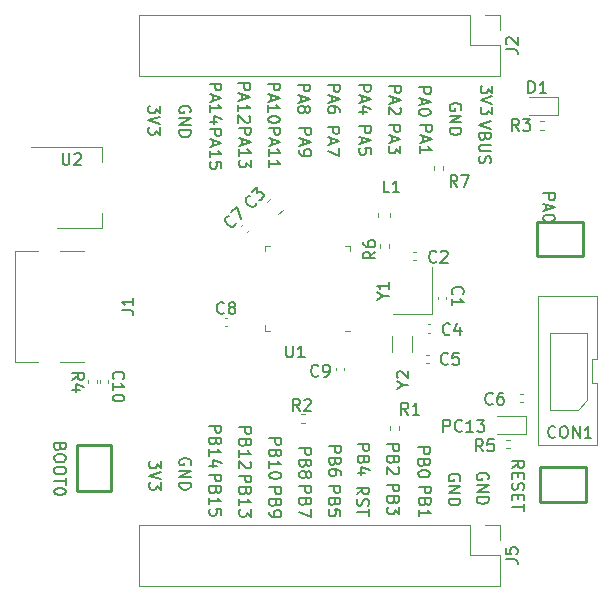
<source format=gbr>
G04 #@! TF.GenerationSoftware,KiCad,Pcbnew,(5.1.10-1-10_14)*
G04 #@! TF.CreationDate,2021-09-03T00:17:14+08:00*
G04 #@! TF.ProjectId,stm32f401_devboard,73746d33-3266-4343-9031-5f646576626f,rev?*
G04 #@! TF.SameCoordinates,Original*
G04 #@! TF.FileFunction,Legend,Top*
G04 #@! TF.FilePolarity,Positive*
%FSLAX46Y46*%
G04 Gerber Fmt 4.6, Leading zero omitted, Abs format (unit mm)*
G04 Created by KiCad (PCBNEW (5.1.10-1-10_14)) date 2021-09-03 00:17:14*
%MOMM*%
%LPD*%
G01*
G04 APERTURE LIST*
%ADD10C,0.150000*%
%ADD11C,0.120000*%
%ADD12C,0.254000*%
G04 APERTURE END LIST*
D10*
X126817619Y-107341904D02*
X127817619Y-107341904D01*
X127817619Y-107722857D01*
X127770000Y-107818095D01*
X127722380Y-107865714D01*
X127627142Y-107913333D01*
X127484285Y-107913333D01*
X127389047Y-107865714D01*
X127341428Y-107818095D01*
X127293809Y-107722857D01*
X127293809Y-107341904D01*
X127341428Y-108675238D02*
X127293809Y-108818095D01*
X127246190Y-108865714D01*
X127150952Y-108913333D01*
X127008095Y-108913333D01*
X126912857Y-108865714D01*
X126865238Y-108818095D01*
X126817619Y-108722857D01*
X126817619Y-108341904D01*
X127817619Y-108341904D01*
X127817619Y-108675238D01*
X127770000Y-108770476D01*
X127722380Y-108818095D01*
X127627142Y-108865714D01*
X127531904Y-108865714D01*
X127436666Y-108818095D01*
X127389047Y-108770476D01*
X127341428Y-108675238D01*
X127341428Y-108341904D01*
X127817619Y-109770476D02*
X127817619Y-109580000D01*
X127770000Y-109484761D01*
X127722380Y-109437142D01*
X127579523Y-109341904D01*
X127389047Y-109294285D01*
X127008095Y-109294285D01*
X126912857Y-109341904D01*
X126865238Y-109389523D01*
X126817619Y-109484761D01*
X126817619Y-109675238D01*
X126865238Y-109770476D01*
X126912857Y-109818095D01*
X127008095Y-109865714D01*
X127246190Y-109865714D01*
X127341428Y-109818095D01*
X127389047Y-109770476D01*
X127436666Y-109675238D01*
X127436666Y-109484761D01*
X127389047Y-109389523D01*
X127341428Y-109341904D01*
X127246190Y-109294285D01*
X119227619Y-105755714D02*
X120227619Y-105755714D01*
X120227619Y-106136666D01*
X120180000Y-106231904D01*
X120132380Y-106279523D01*
X120037142Y-106327142D01*
X119894285Y-106327142D01*
X119799047Y-106279523D01*
X119751428Y-106231904D01*
X119703809Y-106136666D01*
X119703809Y-105755714D01*
X119751428Y-107089047D02*
X119703809Y-107231904D01*
X119656190Y-107279523D01*
X119560952Y-107327142D01*
X119418095Y-107327142D01*
X119322857Y-107279523D01*
X119275238Y-107231904D01*
X119227619Y-107136666D01*
X119227619Y-106755714D01*
X120227619Y-106755714D01*
X120227619Y-107089047D01*
X120180000Y-107184285D01*
X120132380Y-107231904D01*
X120037142Y-107279523D01*
X119941904Y-107279523D01*
X119846666Y-107231904D01*
X119799047Y-107184285D01*
X119751428Y-107089047D01*
X119751428Y-106755714D01*
X119227619Y-108279523D02*
X119227619Y-107708095D01*
X119227619Y-107993809D02*
X120227619Y-107993809D01*
X120084761Y-107898571D01*
X119989523Y-107803333D01*
X119941904Y-107708095D01*
X120132380Y-108660476D02*
X120180000Y-108708095D01*
X120227619Y-108803333D01*
X120227619Y-109041428D01*
X120180000Y-109136666D01*
X120132380Y-109184285D01*
X120037142Y-109231904D01*
X119941904Y-109231904D01*
X119799047Y-109184285D01*
X119227619Y-108612857D01*
X119227619Y-109231904D01*
X129177619Y-111432380D02*
X129653809Y-111099047D01*
X129177619Y-110860952D02*
X130177619Y-110860952D01*
X130177619Y-111241904D01*
X130130000Y-111337142D01*
X130082380Y-111384761D01*
X129987142Y-111432380D01*
X129844285Y-111432380D01*
X129749047Y-111384761D01*
X129701428Y-111337142D01*
X129653809Y-111241904D01*
X129653809Y-110860952D01*
X129225238Y-111813333D02*
X129177619Y-111956190D01*
X129177619Y-112194285D01*
X129225238Y-112289523D01*
X129272857Y-112337142D01*
X129368095Y-112384761D01*
X129463333Y-112384761D01*
X129558571Y-112337142D01*
X129606190Y-112289523D01*
X129653809Y-112194285D01*
X129701428Y-112003809D01*
X129749047Y-111908571D01*
X129796666Y-111860952D01*
X129891904Y-111813333D01*
X129987142Y-111813333D01*
X130082380Y-111860952D01*
X130130000Y-111908571D01*
X130177619Y-112003809D01*
X130177619Y-112241904D01*
X130130000Y-112384761D01*
X130177619Y-112670476D02*
X130177619Y-113241904D01*
X129177619Y-112956190D02*
X130177619Y-112956190D01*
X131767619Y-107201904D02*
X132767619Y-107201904D01*
X132767619Y-107582857D01*
X132720000Y-107678095D01*
X132672380Y-107725714D01*
X132577142Y-107773333D01*
X132434285Y-107773333D01*
X132339047Y-107725714D01*
X132291428Y-107678095D01*
X132243809Y-107582857D01*
X132243809Y-107201904D01*
X132291428Y-108535238D02*
X132243809Y-108678095D01*
X132196190Y-108725714D01*
X132100952Y-108773333D01*
X131958095Y-108773333D01*
X131862857Y-108725714D01*
X131815238Y-108678095D01*
X131767619Y-108582857D01*
X131767619Y-108201904D01*
X132767619Y-108201904D01*
X132767619Y-108535238D01*
X132720000Y-108630476D01*
X132672380Y-108678095D01*
X132577142Y-108725714D01*
X132481904Y-108725714D01*
X132386666Y-108678095D01*
X132339047Y-108630476D01*
X132291428Y-108535238D01*
X132291428Y-108201904D01*
X132672380Y-109154285D02*
X132720000Y-109201904D01*
X132767619Y-109297142D01*
X132767619Y-109535238D01*
X132720000Y-109630476D01*
X132672380Y-109678095D01*
X132577142Y-109725714D01*
X132481904Y-109725714D01*
X132339047Y-109678095D01*
X131767619Y-109106666D01*
X131767619Y-109725714D01*
X140517619Y-79826666D02*
X139517619Y-80160000D01*
X140517619Y-80493333D01*
X140041428Y-81160000D02*
X139993809Y-81302857D01*
X139946190Y-81350476D01*
X139850952Y-81398095D01*
X139708095Y-81398095D01*
X139612857Y-81350476D01*
X139565238Y-81302857D01*
X139517619Y-81207619D01*
X139517619Y-80826666D01*
X140517619Y-80826666D01*
X140517619Y-81160000D01*
X140470000Y-81255238D01*
X140422380Y-81302857D01*
X140327142Y-81350476D01*
X140231904Y-81350476D01*
X140136666Y-81302857D01*
X140089047Y-81255238D01*
X140041428Y-81160000D01*
X140041428Y-80826666D01*
X140517619Y-81826666D02*
X139708095Y-81826666D01*
X139612857Y-81874285D01*
X139565238Y-81921904D01*
X139517619Y-82017142D01*
X139517619Y-82207619D01*
X139565238Y-82302857D01*
X139612857Y-82350476D01*
X139708095Y-82398095D01*
X140517619Y-82398095D01*
X139565238Y-82826666D02*
X139517619Y-82969523D01*
X139517619Y-83207619D01*
X139565238Y-83302857D01*
X139612857Y-83350476D01*
X139708095Y-83398095D01*
X139803333Y-83398095D01*
X139898571Y-83350476D01*
X139946190Y-83302857D01*
X139993809Y-83207619D01*
X140041428Y-83017142D01*
X140089047Y-82921904D01*
X140136666Y-82874285D01*
X140231904Y-82826666D01*
X140327142Y-82826666D01*
X140422380Y-82874285D01*
X140470000Y-82921904D01*
X140517619Y-83017142D01*
X140517619Y-83255238D01*
X140470000Y-83398095D01*
X131917619Y-76883333D02*
X132917619Y-76883333D01*
X132917619Y-77264285D01*
X132870000Y-77359523D01*
X132822380Y-77407142D01*
X132727142Y-77454761D01*
X132584285Y-77454761D01*
X132489047Y-77407142D01*
X132441428Y-77359523D01*
X132393809Y-77264285D01*
X132393809Y-76883333D01*
X132203333Y-77835714D02*
X132203333Y-78311904D01*
X131917619Y-77740476D02*
X132917619Y-78073809D01*
X131917619Y-78407142D01*
X132822380Y-78692857D02*
X132870000Y-78740476D01*
X132917619Y-78835714D01*
X132917619Y-79073809D01*
X132870000Y-79169047D01*
X132822380Y-79216666D01*
X132727142Y-79264285D01*
X132631904Y-79264285D01*
X132489047Y-79216666D01*
X131917619Y-78645238D01*
X131917619Y-79264285D01*
X134427619Y-76983333D02*
X135427619Y-76983333D01*
X135427619Y-77364285D01*
X135380000Y-77459523D01*
X135332380Y-77507142D01*
X135237142Y-77554761D01*
X135094285Y-77554761D01*
X134999047Y-77507142D01*
X134951428Y-77459523D01*
X134903809Y-77364285D01*
X134903809Y-76983333D01*
X134713333Y-77935714D02*
X134713333Y-78411904D01*
X134427619Y-77840476D02*
X135427619Y-78173809D01*
X134427619Y-78507142D01*
X135427619Y-79030952D02*
X135427619Y-79126190D01*
X135380000Y-79221428D01*
X135332380Y-79269047D01*
X135237142Y-79316666D01*
X135046666Y-79364285D01*
X134808571Y-79364285D01*
X134618095Y-79316666D01*
X134522857Y-79269047D01*
X134475238Y-79221428D01*
X134427619Y-79126190D01*
X134427619Y-79030952D01*
X134475238Y-78935714D01*
X134522857Y-78888095D01*
X134618095Y-78840476D01*
X134808571Y-78792857D01*
X135046666Y-78792857D01*
X135237142Y-78840476D01*
X135332380Y-78888095D01*
X135380000Y-78935714D01*
X135427619Y-79030952D01*
X124307619Y-107511904D02*
X125307619Y-107511904D01*
X125307619Y-107892857D01*
X125260000Y-107988095D01*
X125212380Y-108035714D01*
X125117142Y-108083333D01*
X124974285Y-108083333D01*
X124879047Y-108035714D01*
X124831428Y-107988095D01*
X124783809Y-107892857D01*
X124783809Y-107511904D01*
X124831428Y-108845238D02*
X124783809Y-108988095D01*
X124736190Y-109035714D01*
X124640952Y-109083333D01*
X124498095Y-109083333D01*
X124402857Y-109035714D01*
X124355238Y-108988095D01*
X124307619Y-108892857D01*
X124307619Y-108511904D01*
X125307619Y-108511904D01*
X125307619Y-108845238D01*
X125260000Y-108940476D01*
X125212380Y-108988095D01*
X125117142Y-109035714D01*
X125021904Y-109035714D01*
X124926666Y-108988095D01*
X124879047Y-108940476D01*
X124831428Y-108845238D01*
X124831428Y-108511904D01*
X124879047Y-109654761D02*
X124926666Y-109559523D01*
X124974285Y-109511904D01*
X125069523Y-109464285D01*
X125117142Y-109464285D01*
X125212380Y-109511904D01*
X125260000Y-109559523D01*
X125307619Y-109654761D01*
X125307619Y-109845238D01*
X125260000Y-109940476D01*
X125212380Y-109988095D01*
X125117142Y-110035714D01*
X125069523Y-110035714D01*
X124974285Y-109988095D01*
X124926666Y-109940476D01*
X124879047Y-109845238D01*
X124879047Y-109654761D01*
X124831428Y-109559523D01*
X124783809Y-109511904D01*
X124688571Y-109464285D01*
X124498095Y-109464285D01*
X124402857Y-109511904D01*
X124355238Y-109559523D01*
X124307619Y-109654761D01*
X124307619Y-109845238D01*
X124355238Y-109940476D01*
X124402857Y-109988095D01*
X124498095Y-110035714D01*
X124688571Y-110035714D01*
X124783809Y-109988095D01*
X124831428Y-109940476D01*
X124879047Y-109845238D01*
X136505714Y-106132380D02*
X136505714Y-105132380D01*
X136886666Y-105132380D01*
X136981904Y-105180000D01*
X137029523Y-105227619D01*
X137077142Y-105322857D01*
X137077142Y-105465714D01*
X137029523Y-105560952D01*
X136981904Y-105608571D01*
X136886666Y-105656190D01*
X136505714Y-105656190D01*
X138077142Y-106037142D02*
X138029523Y-106084761D01*
X137886666Y-106132380D01*
X137791428Y-106132380D01*
X137648571Y-106084761D01*
X137553333Y-105989523D01*
X137505714Y-105894285D01*
X137458095Y-105703809D01*
X137458095Y-105560952D01*
X137505714Y-105370476D01*
X137553333Y-105275238D01*
X137648571Y-105180000D01*
X137791428Y-105132380D01*
X137886666Y-105132380D01*
X138029523Y-105180000D01*
X138077142Y-105227619D01*
X139029523Y-106132380D02*
X138458095Y-106132380D01*
X138743809Y-106132380D02*
X138743809Y-105132380D01*
X138648571Y-105275238D01*
X138553333Y-105370476D01*
X138458095Y-105418095D01*
X139362857Y-105132380D02*
X139981904Y-105132380D01*
X139648571Y-105513333D01*
X139791428Y-105513333D01*
X139886666Y-105560952D01*
X139934285Y-105608571D01*
X139981904Y-105703809D01*
X139981904Y-105941904D01*
X139934285Y-106037142D01*
X139886666Y-106084761D01*
X139791428Y-106132380D01*
X139505714Y-106132380D01*
X139410476Y-106084761D01*
X139362857Y-106037142D01*
X119227619Y-109845714D02*
X120227619Y-109845714D01*
X120227619Y-110226666D01*
X120180000Y-110321904D01*
X120132380Y-110369523D01*
X120037142Y-110417142D01*
X119894285Y-110417142D01*
X119799047Y-110369523D01*
X119751428Y-110321904D01*
X119703809Y-110226666D01*
X119703809Y-109845714D01*
X119751428Y-111179047D02*
X119703809Y-111321904D01*
X119656190Y-111369523D01*
X119560952Y-111417142D01*
X119418095Y-111417142D01*
X119322857Y-111369523D01*
X119275238Y-111321904D01*
X119227619Y-111226666D01*
X119227619Y-110845714D01*
X120227619Y-110845714D01*
X120227619Y-111179047D01*
X120180000Y-111274285D01*
X120132380Y-111321904D01*
X120037142Y-111369523D01*
X119941904Y-111369523D01*
X119846666Y-111321904D01*
X119799047Y-111274285D01*
X119751428Y-111179047D01*
X119751428Y-110845714D01*
X119227619Y-112369523D02*
X119227619Y-111798095D01*
X119227619Y-112083809D02*
X120227619Y-112083809D01*
X120084761Y-111988571D01*
X119989523Y-111893333D01*
X119941904Y-111798095D01*
X120227619Y-112702857D02*
X120227619Y-113321904D01*
X119846666Y-112988571D01*
X119846666Y-113131428D01*
X119799047Y-113226666D01*
X119751428Y-113274285D01*
X119656190Y-113321904D01*
X119418095Y-113321904D01*
X119322857Y-113274285D01*
X119275238Y-113226666D01*
X119227619Y-113131428D01*
X119227619Y-112845714D01*
X119275238Y-112750476D01*
X119322857Y-112702857D01*
X124307619Y-110751904D02*
X125307619Y-110751904D01*
X125307619Y-111132857D01*
X125260000Y-111228095D01*
X125212380Y-111275714D01*
X125117142Y-111323333D01*
X124974285Y-111323333D01*
X124879047Y-111275714D01*
X124831428Y-111228095D01*
X124783809Y-111132857D01*
X124783809Y-110751904D01*
X124831428Y-112085238D02*
X124783809Y-112228095D01*
X124736190Y-112275714D01*
X124640952Y-112323333D01*
X124498095Y-112323333D01*
X124402857Y-112275714D01*
X124355238Y-112228095D01*
X124307619Y-112132857D01*
X124307619Y-111751904D01*
X125307619Y-111751904D01*
X125307619Y-112085238D01*
X125260000Y-112180476D01*
X125212380Y-112228095D01*
X125117142Y-112275714D01*
X125021904Y-112275714D01*
X124926666Y-112228095D01*
X124879047Y-112180476D01*
X124831428Y-112085238D01*
X124831428Y-111751904D01*
X125307619Y-112656666D02*
X125307619Y-113323333D01*
X124307619Y-112894761D01*
X131767619Y-110601904D02*
X132767619Y-110601904D01*
X132767619Y-110982857D01*
X132720000Y-111078095D01*
X132672380Y-111125714D01*
X132577142Y-111173333D01*
X132434285Y-111173333D01*
X132339047Y-111125714D01*
X132291428Y-111078095D01*
X132243809Y-110982857D01*
X132243809Y-110601904D01*
X132291428Y-111935238D02*
X132243809Y-112078095D01*
X132196190Y-112125714D01*
X132100952Y-112173333D01*
X131958095Y-112173333D01*
X131862857Y-112125714D01*
X131815238Y-112078095D01*
X131767619Y-111982857D01*
X131767619Y-111601904D01*
X132767619Y-111601904D01*
X132767619Y-111935238D01*
X132720000Y-112030476D01*
X132672380Y-112078095D01*
X132577142Y-112125714D01*
X132481904Y-112125714D01*
X132386666Y-112078095D01*
X132339047Y-112030476D01*
X132291428Y-111935238D01*
X132291428Y-111601904D01*
X132767619Y-112506666D02*
X132767619Y-113125714D01*
X132386666Y-112792380D01*
X132386666Y-112935238D01*
X132339047Y-113030476D01*
X132291428Y-113078095D01*
X132196190Y-113125714D01*
X131958095Y-113125714D01*
X131862857Y-113078095D01*
X131815238Y-113030476D01*
X131767619Y-112935238D01*
X131767619Y-112649523D01*
X131815238Y-112554285D01*
X131862857Y-112506666D01*
X116707619Y-80517142D02*
X117707619Y-80517142D01*
X117707619Y-80898095D01*
X117660000Y-80993333D01*
X117612380Y-81040952D01*
X117517142Y-81088571D01*
X117374285Y-81088571D01*
X117279047Y-81040952D01*
X117231428Y-80993333D01*
X117183809Y-80898095D01*
X117183809Y-80517142D01*
X116993333Y-81469523D02*
X116993333Y-81945714D01*
X116707619Y-81374285D02*
X117707619Y-81707619D01*
X116707619Y-82040952D01*
X116707619Y-82898095D02*
X116707619Y-82326666D01*
X116707619Y-82612380D02*
X117707619Y-82612380D01*
X117564761Y-82517142D01*
X117469523Y-82421904D01*
X117421904Y-82326666D01*
X117707619Y-83802857D02*
X117707619Y-83326666D01*
X117231428Y-83279047D01*
X117279047Y-83326666D01*
X117326666Y-83421904D01*
X117326666Y-83660000D01*
X117279047Y-83755238D01*
X117231428Y-83802857D01*
X117136190Y-83850476D01*
X116898095Y-83850476D01*
X116802857Y-83802857D01*
X116755238Y-83755238D01*
X116707619Y-83660000D01*
X116707619Y-83421904D01*
X116755238Y-83326666D01*
X116802857Y-83279047D01*
X119197619Y-80397142D02*
X120197619Y-80397142D01*
X120197619Y-80778095D01*
X120150000Y-80873333D01*
X120102380Y-80920952D01*
X120007142Y-80968571D01*
X119864285Y-80968571D01*
X119769047Y-80920952D01*
X119721428Y-80873333D01*
X119673809Y-80778095D01*
X119673809Y-80397142D01*
X119483333Y-81349523D02*
X119483333Y-81825714D01*
X119197619Y-81254285D02*
X120197619Y-81587619D01*
X119197619Y-81920952D01*
X119197619Y-82778095D02*
X119197619Y-82206666D01*
X119197619Y-82492380D02*
X120197619Y-82492380D01*
X120054761Y-82397142D01*
X119959523Y-82301904D01*
X119911904Y-82206666D01*
X120197619Y-83111428D02*
X120197619Y-83730476D01*
X119816666Y-83397142D01*
X119816666Y-83540000D01*
X119769047Y-83635238D01*
X119721428Y-83682857D01*
X119626190Y-83730476D01*
X119388095Y-83730476D01*
X119292857Y-83682857D01*
X119245238Y-83635238D01*
X119197619Y-83540000D01*
X119197619Y-83254285D01*
X119245238Y-83159047D01*
X119292857Y-83111428D01*
X121697619Y-80397142D02*
X122697619Y-80397142D01*
X122697619Y-80778095D01*
X122650000Y-80873333D01*
X122602380Y-80920952D01*
X122507142Y-80968571D01*
X122364285Y-80968571D01*
X122269047Y-80920952D01*
X122221428Y-80873333D01*
X122173809Y-80778095D01*
X122173809Y-80397142D01*
X121983333Y-81349523D02*
X121983333Y-81825714D01*
X121697619Y-81254285D02*
X122697619Y-81587619D01*
X121697619Y-81920952D01*
X121697619Y-82778095D02*
X121697619Y-82206666D01*
X121697619Y-82492380D02*
X122697619Y-82492380D01*
X122554761Y-82397142D01*
X122459523Y-82301904D01*
X122411904Y-82206666D01*
X121697619Y-83730476D02*
X121697619Y-83159047D01*
X121697619Y-83444761D02*
X122697619Y-83444761D01*
X122554761Y-83349523D01*
X122459523Y-83254285D01*
X122411904Y-83159047D01*
X124307619Y-80413333D02*
X125307619Y-80413333D01*
X125307619Y-80794285D01*
X125260000Y-80889523D01*
X125212380Y-80937142D01*
X125117142Y-80984761D01*
X124974285Y-80984761D01*
X124879047Y-80937142D01*
X124831428Y-80889523D01*
X124783809Y-80794285D01*
X124783809Y-80413333D01*
X124593333Y-81365714D02*
X124593333Y-81841904D01*
X124307619Y-81270476D02*
X125307619Y-81603809D01*
X124307619Y-81937142D01*
X124307619Y-82318095D02*
X124307619Y-82508571D01*
X124355238Y-82603809D01*
X124402857Y-82651428D01*
X124545714Y-82746666D01*
X124736190Y-82794285D01*
X125117142Y-82794285D01*
X125212380Y-82746666D01*
X125260000Y-82699047D01*
X125307619Y-82603809D01*
X125307619Y-82413333D01*
X125260000Y-82318095D01*
X125212380Y-82270476D01*
X125117142Y-82222857D01*
X124879047Y-82222857D01*
X124783809Y-82270476D01*
X124736190Y-82318095D01*
X124688571Y-82413333D01*
X124688571Y-82603809D01*
X124736190Y-82699047D01*
X124783809Y-82746666D01*
X124879047Y-82794285D01*
X126707619Y-80353333D02*
X127707619Y-80353333D01*
X127707619Y-80734285D01*
X127660000Y-80829523D01*
X127612380Y-80877142D01*
X127517142Y-80924761D01*
X127374285Y-80924761D01*
X127279047Y-80877142D01*
X127231428Y-80829523D01*
X127183809Y-80734285D01*
X127183809Y-80353333D01*
X126993333Y-81305714D02*
X126993333Y-81781904D01*
X126707619Y-81210476D02*
X127707619Y-81543809D01*
X126707619Y-81877142D01*
X127707619Y-82115238D02*
X127707619Y-82781904D01*
X126707619Y-82353333D01*
X129367619Y-80283333D02*
X130367619Y-80283333D01*
X130367619Y-80664285D01*
X130320000Y-80759523D01*
X130272380Y-80807142D01*
X130177142Y-80854761D01*
X130034285Y-80854761D01*
X129939047Y-80807142D01*
X129891428Y-80759523D01*
X129843809Y-80664285D01*
X129843809Y-80283333D01*
X129653333Y-81235714D02*
X129653333Y-81711904D01*
X129367619Y-81140476D02*
X130367619Y-81473809D01*
X129367619Y-81807142D01*
X130367619Y-82616666D02*
X130367619Y-82140476D01*
X129891428Y-82092857D01*
X129939047Y-82140476D01*
X129986666Y-82235714D01*
X129986666Y-82473809D01*
X129939047Y-82569047D01*
X129891428Y-82616666D01*
X129796190Y-82664285D01*
X129558095Y-82664285D01*
X129462857Y-82616666D01*
X129415238Y-82569047D01*
X129367619Y-82473809D01*
X129367619Y-82235714D01*
X129415238Y-82140476D01*
X129462857Y-82092857D01*
X131867619Y-80173333D02*
X132867619Y-80173333D01*
X132867619Y-80554285D01*
X132820000Y-80649523D01*
X132772380Y-80697142D01*
X132677142Y-80744761D01*
X132534285Y-80744761D01*
X132439047Y-80697142D01*
X132391428Y-80649523D01*
X132343809Y-80554285D01*
X132343809Y-80173333D01*
X132153333Y-81125714D02*
X132153333Y-81601904D01*
X131867619Y-81030476D02*
X132867619Y-81363809D01*
X131867619Y-81697142D01*
X132867619Y-81935238D02*
X132867619Y-82554285D01*
X132486666Y-82220952D01*
X132486666Y-82363809D01*
X132439047Y-82459047D01*
X132391428Y-82506666D01*
X132296190Y-82554285D01*
X132058095Y-82554285D01*
X131962857Y-82506666D01*
X131915238Y-82459047D01*
X131867619Y-82363809D01*
X131867619Y-82078095D01*
X131915238Y-81982857D01*
X131962857Y-81935238D01*
X134527619Y-80163333D02*
X135527619Y-80163333D01*
X135527619Y-80544285D01*
X135480000Y-80639523D01*
X135432380Y-80687142D01*
X135337142Y-80734761D01*
X135194285Y-80734761D01*
X135099047Y-80687142D01*
X135051428Y-80639523D01*
X135003809Y-80544285D01*
X135003809Y-80163333D01*
X134813333Y-81115714D02*
X134813333Y-81591904D01*
X134527619Y-81020476D02*
X135527619Y-81353809D01*
X134527619Y-81687142D01*
X134527619Y-82544285D02*
X134527619Y-81972857D01*
X134527619Y-82258571D02*
X135527619Y-82258571D01*
X135384761Y-82163333D01*
X135289523Y-82068095D01*
X135241904Y-81972857D01*
X126747619Y-76773333D02*
X127747619Y-76773333D01*
X127747619Y-77154285D01*
X127700000Y-77249523D01*
X127652380Y-77297142D01*
X127557142Y-77344761D01*
X127414285Y-77344761D01*
X127319047Y-77297142D01*
X127271428Y-77249523D01*
X127223809Y-77154285D01*
X127223809Y-76773333D01*
X127033333Y-77725714D02*
X127033333Y-78201904D01*
X126747619Y-77630476D02*
X127747619Y-77963809D01*
X126747619Y-78297142D01*
X127747619Y-79059047D02*
X127747619Y-78868571D01*
X127700000Y-78773333D01*
X127652380Y-78725714D01*
X127509523Y-78630476D01*
X127319047Y-78582857D01*
X126938095Y-78582857D01*
X126842857Y-78630476D01*
X126795238Y-78678095D01*
X126747619Y-78773333D01*
X126747619Y-78963809D01*
X126795238Y-79059047D01*
X126842857Y-79106666D01*
X126938095Y-79154285D01*
X127176190Y-79154285D01*
X127271428Y-79106666D01*
X127319047Y-79059047D01*
X127366666Y-78963809D01*
X127366666Y-78773333D01*
X127319047Y-78678095D01*
X127271428Y-78630476D01*
X127176190Y-78582857D01*
X121657619Y-76657142D02*
X122657619Y-76657142D01*
X122657619Y-77038095D01*
X122610000Y-77133333D01*
X122562380Y-77180952D01*
X122467142Y-77228571D01*
X122324285Y-77228571D01*
X122229047Y-77180952D01*
X122181428Y-77133333D01*
X122133809Y-77038095D01*
X122133809Y-76657142D01*
X121943333Y-77609523D02*
X121943333Y-78085714D01*
X121657619Y-77514285D02*
X122657619Y-77847619D01*
X121657619Y-78180952D01*
X121657619Y-79038095D02*
X121657619Y-78466666D01*
X121657619Y-78752380D02*
X122657619Y-78752380D01*
X122514761Y-78657142D01*
X122419523Y-78561904D01*
X122371904Y-78466666D01*
X122657619Y-79657142D02*
X122657619Y-79752380D01*
X122610000Y-79847619D01*
X122562380Y-79895238D01*
X122467142Y-79942857D01*
X122276666Y-79990476D01*
X122038571Y-79990476D01*
X121848095Y-79942857D01*
X121752857Y-79895238D01*
X121705238Y-79847619D01*
X121657619Y-79752380D01*
X121657619Y-79657142D01*
X121705238Y-79561904D01*
X121752857Y-79514285D01*
X121848095Y-79466666D01*
X122038571Y-79419047D01*
X122276666Y-79419047D01*
X122467142Y-79466666D01*
X122562380Y-79514285D01*
X122610000Y-79561904D01*
X122657619Y-79657142D01*
X116707619Y-76667142D02*
X117707619Y-76667142D01*
X117707619Y-77048095D01*
X117660000Y-77143333D01*
X117612380Y-77190952D01*
X117517142Y-77238571D01*
X117374285Y-77238571D01*
X117279047Y-77190952D01*
X117231428Y-77143333D01*
X117183809Y-77048095D01*
X117183809Y-76667142D01*
X116993333Y-77619523D02*
X116993333Y-78095714D01*
X116707619Y-77524285D02*
X117707619Y-77857619D01*
X116707619Y-78190952D01*
X116707619Y-79048095D02*
X116707619Y-78476666D01*
X116707619Y-78762380D02*
X117707619Y-78762380D01*
X117564761Y-78667142D01*
X117469523Y-78571904D01*
X117421904Y-78476666D01*
X117374285Y-79905238D02*
X116707619Y-79905238D01*
X117755238Y-79667142D02*
X117040952Y-79429047D01*
X117040952Y-80048095D01*
X119147619Y-76637142D02*
X120147619Y-76637142D01*
X120147619Y-77018095D01*
X120100000Y-77113333D01*
X120052380Y-77160952D01*
X119957142Y-77208571D01*
X119814285Y-77208571D01*
X119719047Y-77160952D01*
X119671428Y-77113333D01*
X119623809Y-77018095D01*
X119623809Y-76637142D01*
X119433333Y-77589523D02*
X119433333Y-78065714D01*
X119147619Y-77494285D02*
X120147619Y-77827619D01*
X119147619Y-78160952D01*
X119147619Y-79018095D02*
X119147619Y-78446666D01*
X119147619Y-78732380D02*
X120147619Y-78732380D01*
X120004761Y-78637142D01*
X119909523Y-78541904D01*
X119861904Y-78446666D01*
X120052380Y-79399047D02*
X120100000Y-79446666D01*
X120147619Y-79541904D01*
X120147619Y-79780000D01*
X120100000Y-79875238D01*
X120052380Y-79922857D01*
X119957142Y-79970476D01*
X119861904Y-79970476D01*
X119719047Y-79922857D01*
X119147619Y-79351428D01*
X119147619Y-79970476D01*
X124197619Y-76753333D02*
X125197619Y-76753333D01*
X125197619Y-77134285D01*
X125150000Y-77229523D01*
X125102380Y-77277142D01*
X125007142Y-77324761D01*
X124864285Y-77324761D01*
X124769047Y-77277142D01*
X124721428Y-77229523D01*
X124673809Y-77134285D01*
X124673809Y-76753333D01*
X124483333Y-77705714D02*
X124483333Y-78181904D01*
X124197619Y-77610476D02*
X125197619Y-77943809D01*
X124197619Y-78277142D01*
X124769047Y-78753333D02*
X124816666Y-78658095D01*
X124864285Y-78610476D01*
X124959523Y-78562857D01*
X125007142Y-78562857D01*
X125102380Y-78610476D01*
X125150000Y-78658095D01*
X125197619Y-78753333D01*
X125197619Y-78943809D01*
X125150000Y-79039047D01*
X125102380Y-79086666D01*
X125007142Y-79134285D01*
X124959523Y-79134285D01*
X124864285Y-79086666D01*
X124816666Y-79039047D01*
X124769047Y-78943809D01*
X124769047Y-78753333D01*
X124721428Y-78658095D01*
X124673809Y-78610476D01*
X124578571Y-78562857D01*
X124388095Y-78562857D01*
X124292857Y-78610476D01*
X124245238Y-78658095D01*
X124197619Y-78753333D01*
X124197619Y-78943809D01*
X124245238Y-79039047D01*
X124292857Y-79086666D01*
X124388095Y-79134285D01*
X124578571Y-79134285D01*
X124673809Y-79086666D01*
X124721428Y-79039047D01*
X124769047Y-78943809D01*
X129337619Y-76773333D02*
X130337619Y-76773333D01*
X130337619Y-77154285D01*
X130290000Y-77249523D01*
X130242380Y-77297142D01*
X130147142Y-77344761D01*
X130004285Y-77344761D01*
X129909047Y-77297142D01*
X129861428Y-77249523D01*
X129813809Y-77154285D01*
X129813809Y-76773333D01*
X129623333Y-77725714D02*
X129623333Y-78201904D01*
X129337619Y-77630476D02*
X130337619Y-77963809D01*
X129337619Y-78297142D01*
X130004285Y-79059047D02*
X129337619Y-79059047D01*
X130385238Y-78820952D02*
X129670952Y-78582857D01*
X129670952Y-79201904D01*
X142317619Y-109187619D02*
X142793809Y-108854285D01*
X142317619Y-108616190D02*
X143317619Y-108616190D01*
X143317619Y-108997142D01*
X143270000Y-109092380D01*
X143222380Y-109140000D01*
X143127142Y-109187619D01*
X142984285Y-109187619D01*
X142889047Y-109140000D01*
X142841428Y-109092380D01*
X142793809Y-108997142D01*
X142793809Y-108616190D01*
X142841428Y-109616190D02*
X142841428Y-109949523D01*
X142317619Y-110092380D02*
X142317619Y-109616190D01*
X143317619Y-109616190D01*
X143317619Y-110092380D01*
X142365238Y-110473333D02*
X142317619Y-110616190D01*
X142317619Y-110854285D01*
X142365238Y-110949523D01*
X142412857Y-110997142D01*
X142508095Y-111044761D01*
X142603333Y-111044761D01*
X142698571Y-110997142D01*
X142746190Y-110949523D01*
X142793809Y-110854285D01*
X142841428Y-110663809D01*
X142889047Y-110568571D01*
X142936666Y-110520952D01*
X143031904Y-110473333D01*
X143127142Y-110473333D01*
X143222380Y-110520952D01*
X143270000Y-110568571D01*
X143317619Y-110663809D01*
X143317619Y-110901904D01*
X143270000Y-111044761D01*
X142841428Y-111473333D02*
X142841428Y-111806666D01*
X142317619Y-111949523D02*
X142317619Y-111473333D01*
X143317619Y-111473333D01*
X143317619Y-111949523D01*
X143317619Y-112235238D02*
X143317619Y-112806666D01*
X142317619Y-112520952D02*
X143317619Y-112520952D01*
X144937619Y-85953333D02*
X145937619Y-85953333D01*
X145937619Y-86334285D01*
X145890000Y-86429523D01*
X145842380Y-86477142D01*
X145747142Y-86524761D01*
X145604285Y-86524761D01*
X145509047Y-86477142D01*
X145461428Y-86429523D01*
X145413809Y-86334285D01*
X145413809Y-85953333D01*
X145223333Y-86905714D02*
X145223333Y-87381904D01*
X144937619Y-86810476D02*
X145937619Y-87143809D01*
X144937619Y-87477142D01*
X145937619Y-88000952D02*
X145937619Y-88096190D01*
X145890000Y-88191428D01*
X145842380Y-88239047D01*
X145747142Y-88286666D01*
X145556666Y-88334285D01*
X145318571Y-88334285D01*
X145128095Y-88286666D01*
X145032857Y-88239047D01*
X144985238Y-88191428D01*
X144937619Y-88096190D01*
X144937619Y-88000952D01*
X144985238Y-87905714D01*
X145032857Y-87858095D01*
X145128095Y-87810476D01*
X145318571Y-87762857D01*
X145556666Y-87762857D01*
X145747142Y-87810476D01*
X145842380Y-87858095D01*
X145890000Y-87905714D01*
X145937619Y-88000952D01*
X104071428Y-107416666D02*
X104023809Y-107559523D01*
X103976190Y-107607142D01*
X103880952Y-107654761D01*
X103738095Y-107654761D01*
X103642857Y-107607142D01*
X103595238Y-107559523D01*
X103547619Y-107464285D01*
X103547619Y-107083333D01*
X104547619Y-107083333D01*
X104547619Y-107416666D01*
X104500000Y-107511904D01*
X104452380Y-107559523D01*
X104357142Y-107607142D01*
X104261904Y-107607142D01*
X104166666Y-107559523D01*
X104119047Y-107511904D01*
X104071428Y-107416666D01*
X104071428Y-107083333D01*
X104547619Y-108273809D02*
X104547619Y-108464285D01*
X104500000Y-108559523D01*
X104404761Y-108654761D01*
X104214285Y-108702380D01*
X103880952Y-108702380D01*
X103690476Y-108654761D01*
X103595238Y-108559523D01*
X103547619Y-108464285D01*
X103547619Y-108273809D01*
X103595238Y-108178571D01*
X103690476Y-108083333D01*
X103880952Y-108035714D01*
X104214285Y-108035714D01*
X104404761Y-108083333D01*
X104500000Y-108178571D01*
X104547619Y-108273809D01*
X104547619Y-109321428D02*
X104547619Y-109511904D01*
X104500000Y-109607142D01*
X104404761Y-109702380D01*
X104214285Y-109750000D01*
X103880952Y-109750000D01*
X103690476Y-109702380D01*
X103595238Y-109607142D01*
X103547619Y-109511904D01*
X103547619Y-109321428D01*
X103595238Y-109226190D01*
X103690476Y-109130952D01*
X103880952Y-109083333D01*
X104214285Y-109083333D01*
X104404761Y-109130952D01*
X104500000Y-109226190D01*
X104547619Y-109321428D01*
X104547619Y-110035714D02*
X104547619Y-110607142D01*
X103547619Y-110321428D02*
X104547619Y-110321428D01*
X104547619Y-111130952D02*
X104547619Y-111226190D01*
X104500000Y-111321428D01*
X104452380Y-111369047D01*
X104357142Y-111416666D01*
X104166666Y-111464285D01*
X103928571Y-111464285D01*
X103738095Y-111416666D01*
X103642857Y-111369047D01*
X103595238Y-111321428D01*
X103547619Y-111226190D01*
X103547619Y-111130952D01*
X103595238Y-111035714D01*
X103642857Y-110988095D01*
X103738095Y-110940476D01*
X103928571Y-110892857D01*
X104166666Y-110892857D01*
X104357142Y-110940476D01*
X104452380Y-110988095D01*
X104500000Y-111035714D01*
X104547619Y-111130952D01*
X129237619Y-107181904D02*
X130237619Y-107181904D01*
X130237619Y-107562857D01*
X130190000Y-107658095D01*
X130142380Y-107705714D01*
X130047142Y-107753333D01*
X129904285Y-107753333D01*
X129809047Y-107705714D01*
X129761428Y-107658095D01*
X129713809Y-107562857D01*
X129713809Y-107181904D01*
X129761428Y-108515238D02*
X129713809Y-108658095D01*
X129666190Y-108705714D01*
X129570952Y-108753333D01*
X129428095Y-108753333D01*
X129332857Y-108705714D01*
X129285238Y-108658095D01*
X129237619Y-108562857D01*
X129237619Y-108181904D01*
X130237619Y-108181904D01*
X130237619Y-108515238D01*
X130190000Y-108610476D01*
X130142380Y-108658095D01*
X130047142Y-108705714D01*
X129951904Y-108705714D01*
X129856666Y-108658095D01*
X129809047Y-108610476D01*
X129761428Y-108515238D01*
X129761428Y-108181904D01*
X129904285Y-109610476D02*
X129237619Y-109610476D01*
X130285238Y-109372380D02*
X129570952Y-109134285D01*
X129570952Y-109753333D01*
X121767619Y-106655714D02*
X122767619Y-106655714D01*
X122767619Y-107036666D01*
X122720000Y-107131904D01*
X122672380Y-107179523D01*
X122577142Y-107227142D01*
X122434285Y-107227142D01*
X122339047Y-107179523D01*
X122291428Y-107131904D01*
X122243809Y-107036666D01*
X122243809Y-106655714D01*
X122291428Y-107989047D02*
X122243809Y-108131904D01*
X122196190Y-108179523D01*
X122100952Y-108227142D01*
X121958095Y-108227142D01*
X121862857Y-108179523D01*
X121815238Y-108131904D01*
X121767619Y-108036666D01*
X121767619Y-107655714D01*
X122767619Y-107655714D01*
X122767619Y-107989047D01*
X122720000Y-108084285D01*
X122672380Y-108131904D01*
X122577142Y-108179523D01*
X122481904Y-108179523D01*
X122386666Y-108131904D01*
X122339047Y-108084285D01*
X122291428Y-107989047D01*
X122291428Y-107655714D01*
X121767619Y-109179523D02*
X121767619Y-108608095D01*
X121767619Y-108893809D02*
X122767619Y-108893809D01*
X122624761Y-108798571D01*
X122529523Y-108703333D01*
X122481904Y-108608095D01*
X122767619Y-109798571D02*
X122767619Y-109893809D01*
X122720000Y-109989047D01*
X122672380Y-110036666D01*
X122577142Y-110084285D01*
X122386666Y-110131904D01*
X122148571Y-110131904D01*
X121958095Y-110084285D01*
X121862857Y-110036666D01*
X121815238Y-109989047D01*
X121767619Y-109893809D01*
X121767619Y-109798571D01*
X121815238Y-109703333D01*
X121862857Y-109655714D01*
X121958095Y-109608095D01*
X122148571Y-109560476D01*
X122386666Y-109560476D01*
X122577142Y-109608095D01*
X122672380Y-109655714D01*
X122720000Y-109703333D01*
X122767619Y-109798571D01*
X126777619Y-110751904D02*
X127777619Y-110751904D01*
X127777619Y-111132857D01*
X127730000Y-111228095D01*
X127682380Y-111275714D01*
X127587142Y-111323333D01*
X127444285Y-111323333D01*
X127349047Y-111275714D01*
X127301428Y-111228095D01*
X127253809Y-111132857D01*
X127253809Y-110751904D01*
X127301428Y-112085238D02*
X127253809Y-112228095D01*
X127206190Y-112275714D01*
X127110952Y-112323333D01*
X126968095Y-112323333D01*
X126872857Y-112275714D01*
X126825238Y-112228095D01*
X126777619Y-112132857D01*
X126777619Y-111751904D01*
X127777619Y-111751904D01*
X127777619Y-112085238D01*
X127730000Y-112180476D01*
X127682380Y-112228095D01*
X127587142Y-112275714D01*
X127491904Y-112275714D01*
X127396666Y-112228095D01*
X127349047Y-112180476D01*
X127301428Y-112085238D01*
X127301428Y-111751904D01*
X127777619Y-113228095D02*
X127777619Y-112751904D01*
X127301428Y-112704285D01*
X127349047Y-112751904D01*
X127396666Y-112847142D01*
X127396666Y-113085238D01*
X127349047Y-113180476D01*
X127301428Y-113228095D01*
X127206190Y-113275714D01*
X126968095Y-113275714D01*
X126872857Y-113228095D01*
X126825238Y-113180476D01*
X126777619Y-113085238D01*
X126777619Y-112847142D01*
X126825238Y-112751904D01*
X126872857Y-112704285D01*
X121767619Y-110841904D02*
X122767619Y-110841904D01*
X122767619Y-111222857D01*
X122720000Y-111318095D01*
X122672380Y-111365714D01*
X122577142Y-111413333D01*
X122434285Y-111413333D01*
X122339047Y-111365714D01*
X122291428Y-111318095D01*
X122243809Y-111222857D01*
X122243809Y-110841904D01*
X122291428Y-112175238D02*
X122243809Y-112318095D01*
X122196190Y-112365714D01*
X122100952Y-112413333D01*
X121958095Y-112413333D01*
X121862857Y-112365714D01*
X121815238Y-112318095D01*
X121767619Y-112222857D01*
X121767619Y-111841904D01*
X122767619Y-111841904D01*
X122767619Y-112175238D01*
X122720000Y-112270476D01*
X122672380Y-112318095D01*
X122577142Y-112365714D01*
X122481904Y-112365714D01*
X122386666Y-112318095D01*
X122339047Y-112270476D01*
X122291428Y-112175238D01*
X122291428Y-111841904D01*
X121767619Y-112889523D02*
X121767619Y-113080000D01*
X121815238Y-113175238D01*
X121862857Y-113222857D01*
X122005714Y-113318095D01*
X122196190Y-113365714D01*
X122577142Y-113365714D01*
X122672380Y-113318095D01*
X122720000Y-113270476D01*
X122767619Y-113175238D01*
X122767619Y-112984761D01*
X122720000Y-112889523D01*
X122672380Y-112841904D01*
X122577142Y-112794285D01*
X122339047Y-112794285D01*
X122243809Y-112841904D01*
X122196190Y-112889523D01*
X122148571Y-112984761D01*
X122148571Y-113175238D01*
X122196190Y-113270476D01*
X122243809Y-113318095D01*
X122339047Y-113365714D01*
X116687619Y-109755714D02*
X117687619Y-109755714D01*
X117687619Y-110136666D01*
X117640000Y-110231904D01*
X117592380Y-110279523D01*
X117497142Y-110327142D01*
X117354285Y-110327142D01*
X117259047Y-110279523D01*
X117211428Y-110231904D01*
X117163809Y-110136666D01*
X117163809Y-109755714D01*
X117211428Y-111089047D02*
X117163809Y-111231904D01*
X117116190Y-111279523D01*
X117020952Y-111327142D01*
X116878095Y-111327142D01*
X116782857Y-111279523D01*
X116735238Y-111231904D01*
X116687619Y-111136666D01*
X116687619Y-110755714D01*
X117687619Y-110755714D01*
X117687619Y-111089047D01*
X117640000Y-111184285D01*
X117592380Y-111231904D01*
X117497142Y-111279523D01*
X117401904Y-111279523D01*
X117306666Y-111231904D01*
X117259047Y-111184285D01*
X117211428Y-111089047D01*
X117211428Y-110755714D01*
X116687619Y-112279523D02*
X116687619Y-111708095D01*
X116687619Y-111993809D02*
X117687619Y-111993809D01*
X117544761Y-111898571D01*
X117449523Y-111803333D01*
X117401904Y-111708095D01*
X117687619Y-113184285D02*
X117687619Y-112708095D01*
X117211428Y-112660476D01*
X117259047Y-112708095D01*
X117306666Y-112803333D01*
X117306666Y-113041428D01*
X117259047Y-113136666D01*
X117211428Y-113184285D01*
X117116190Y-113231904D01*
X116878095Y-113231904D01*
X116782857Y-113184285D01*
X116735238Y-113136666D01*
X116687619Y-113041428D01*
X116687619Y-112803333D01*
X116735238Y-112708095D01*
X116782857Y-112660476D01*
X116687619Y-105635714D02*
X117687619Y-105635714D01*
X117687619Y-106016666D01*
X117640000Y-106111904D01*
X117592380Y-106159523D01*
X117497142Y-106207142D01*
X117354285Y-106207142D01*
X117259047Y-106159523D01*
X117211428Y-106111904D01*
X117163809Y-106016666D01*
X117163809Y-105635714D01*
X117211428Y-106969047D02*
X117163809Y-107111904D01*
X117116190Y-107159523D01*
X117020952Y-107207142D01*
X116878095Y-107207142D01*
X116782857Y-107159523D01*
X116735238Y-107111904D01*
X116687619Y-107016666D01*
X116687619Y-106635714D01*
X117687619Y-106635714D01*
X117687619Y-106969047D01*
X117640000Y-107064285D01*
X117592380Y-107111904D01*
X117497142Y-107159523D01*
X117401904Y-107159523D01*
X117306666Y-107111904D01*
X117259047Y-107064285D01*
X117211428Y-106969047D01*
X117211428Y-106635714D01*
X116687619Y-108159523D02*
X116687619Y-107588095D01*
X116687619Y-107873809D02*
X117687619Y-107873809D01*
X117544761Y-107778571D01*
X117449523Y-107683333D01*
X117401904Y-107588095D01*
X117354285Y-109016666D02*
X116687619Y-109016666D01*
X117735238Y-108778571D02*
X117020952Y-108540476D01*
X117020952Y-109159523D01*
X134457619Y-110781904D02*
X135457619Y-110781904D01*
X135457619Y-111162857D01*
X135410000Y-111258095D01*
X135362380Y-111305714D01*
X135267142Y-111353333D01*
X135124285Y-111353333D01*
X135029047Y-111305714D01*
X134981428Y-111258095D01*
X134933809Y-111162857D01*
X134933809Y-110781904D01*
X134981428Y-112115238D02*
X134933809Y-112258095D01*
X134886190Y-112305714D01*
X134790952Y-112353333D01*
X134648095Y-112353333D01*
X134552857Y-112305714D01*
X134505238Y-112258095D01*
X134457619Y-112162857D01*
X134457619Y-111781904D01*
X135457619Y-111781904D01*
X135457619Y-112115238D01*
X135410000Y-112210476D01*
X135362380Y-112258095D01*
X135267142Y-112305714D01*
X135171904Y-112305714D01*
X135076666Y-112258095D01*
X135029047Y-112210476D01*
X134981428Y-112115238D01*
X134981428Y-111781904D01*
X134457619Y-113305714D02*
X134457619Y-112734285D01*
X134457619Y-113020000D02*
X135457619Y-113020000D01*
X135314761Y-112924761D01*
X135219523Y-112829523D01*
X135171904Y-112734285D01*
X134367619Y-107451904D02*
X135367619Y-107451904D01*
X135367619Y-107832857D01*
X135320000Y-107928095D01*
X135272380Y-107975714D01*
X135177142Y-108023333D01*
X135034285Y-108023333D01*
X134939047Y-107975714D01*
X134891428Y-107928095D01*
X134843809Y-107832857D01*
X134843809Y-107451904D01*
X134891428Y-108785238D02*
X134843809Y-108928095D01*
X134796190Y-108975714D01*
X134700952Y-109023333D01*
X134558095Y-109023333D01*
X134462857Y-108975714D01*
X134415238Y-108928095D01*
X134367619Y-108832857D01*
X134367619Y-108451904D01*
X135367619Y-108451904D01*
X135367619Y-108785238D01*
X135320000Y-108880476D01*
X135272380Y-108928095D01*
X135177142Y-108975714D01*
X135081904Y-108975714D01*
X134986666Y-108928095D01*
X134939047Y-108880476D01*
X134891428Y-108785238D01*
X134891428Y-108451904D01*
X135367619Y-109642380D02*
X135367619Y-109737619D01*
X135320000Y-109832857D01*
X135272380Y-109880476D01*
X135177142Y-109928095D01*
X134986666Y-109975714D01*
X134748571Y-109975714D01*
X134558095Y-109928095D01*
X134462857Y-109880476D01*
X134415238Y-109832857D01*
X134367619Y-109737619D01*
X134367619Y-109642380D01*
X134415238Y-109547142D01*
X134462857Y-109499523D01*
X134558095Y-109451904D01*
X134748571Y-109404285D01*
X134986666Y-109404285D01*
X135177142Y-109451904D01*
X135272380Y-109499523D01*
X135320000Y-109547142D01*
X135367619Y-109642380D01*
X115100000Y-108938095D02*
X115147619Y-108842857D01*
X115147619Y-108700000D01*
X115100000Y-108557142D01*
X115004761Y-108461904D01*
X114909523Y-108414285D01*
X114719047Y-108366666D01*
X114576190Y-108366666D01*
X114385714Y-108414285D01*
X114290476Y-108461904D01*
X114195238Y-108557142D01*
X114147619Y-108700000D01*
X114147619Y-108795238D01*
X114195238Y-108938095D01*
X114242857Y-108985714D01*
X114576190Y-108985714D01*
X114576190Y-108795238D01*
X114147619Y-109414285D02*
X115147619Y-109414285D01*
X114147619Y-109985714D01*
X115147619Y-109985714D01*
X114147619Y-110461904D02*
X115147619Y-110461904D01*
X115147619Y-110700000D01*
X115100000Y-110842857D01*
X115004761Y-110938095D01*
X114909523Y-110985714D01*
X114719047Y-111033333D01*
X114576190Y-111033333D01*
X114385714Y-110985714D01*
X114290476Y-110938095D01*
X114195238Y-110842857D01*
X114147619Y-110700000D01*
X114147619Y-110461904D01*
X137900000Y-110268095D02*
X137947619Y-110172857D01*
X137947619Y-110030000D01*
X137900000Y-109887142D01*
X137804761Y-109791904D01*
X137709523Y-109744285D01*
X137519047Y-109696666D01*
X137376190Y-109696666D01*
X137185714Y-109744285D01*
X137090476Y-109791904D01*
X136995238Y-109887142D01*
X136947619Y-110030000D01*
X136947619Y-110125238D01*
X136995238Y-110268095D01*
X137042857Y-110315714D01*
X137376190Y-110315714D01*
X137376190Y-110125238D01*
X136947619Y-110744285D02*
X137947619Y-110744285D01*
X136947619Y-111315714D01*
X137947619Y-111315714D01*
X136947619Y-111791904D02*
X137947619Y-111791904D01*
X137947619Y-112030000D01*
X137900000Y-112172857D01*
X137804761Y-112268095D01*
X137709523Y-112315714D01*
X137519047Y-112363333D01*
X137376190Y-112363333D01*
X137185714Y-112315714D01*
X137090476Y-112268095D01*
X136995238Y-112172857D01*
X136947619Y-112030000D01*
X136947619Y-111791904D01*
X112607619Y-108601904D02*
X112607619Y-109220952D01*
X112226666Y-108887619D01*
X112226666Y-109030476D01*
X112179047Y-109125714D01*
X112131428Y-109173333D01*
X112036190Y-109220952D01*
X111798095Y-109220952D01*
X111702857Y-109173333D01*
X111655238Y-109125714D01*
X111607619Y-109030476D01*
X111607619Y-108744761D01*
X111655238Y-108649523D01*
X111702857Y-108601904D01*
X112607619Y-109506666D02*
X111607619Y-109840000D01*
X112607619Y-110173333D01*
X112607619Y-110411428D02*
X112607619Y-111030476D01*
X112226666Y-110697142D01*
X112226666Y-110840000D01*
X112179047Y-110935238D01*
X112131428Y-110982857D01*
X112036190Y-111030476D01*
X111798095Y-111030476D01*
X111702857Y-110982857D01*
X111655238Y-110935238D01*
X111607619Y-110840000D01*
X111607619Y-110554285D01*
X111655238Y-110459047D01*
X111702857Y-110411428D01*
X140280000Y-110158095D02*
X140327619Y-110062857D01*
X140327619Y-109920000D01*
X140280000Y-109777142D01*
X140184761Y-109681904D01*
X140089523Y-109634285D01*
X139899047Y-109586666D01*
X139756190Y-109586666D01*
X139565714Y-109634285D01*
X139470476Y-109681904D01*
X139375238Y-109777142D01*
X139327619Y-109920000D01*
X139327619Y-110015238D01*
X139375238Y-110158095D01*
X139422857Y-110205714D01*
X139756190Y-110205714D01*
X139756190Y-110015238D01*
X139327619Y-110634285D02*
X140327619Y-110634285D01*
X139327619Y-111205714D01*
X140327619Y-111205714D01*
X139327619Y-111681904D02*
X140327619Y-111681904D01*
X140327619Y-111920000D01*
X140280000Y-112062857D01*
X140184761Y-112158095D01*
X140089523Y-112205714D01*
X139899047Y-112253333D01*
X139756190Y-112253333D01*
X139565714Y-112205714D01*
X139470476Y-112158095D01*
X139375238Y-112062857D01*
X139327619Y-111920000D01*
X139327619Y-111681904D01*
X112527619Y-78541904D02*
X112527619Y-79160952D01*
X112146666Y-78827619D01*
X112146666Y-78970476D01*
X112099047Y-79065714D01*
X112051428Y-79113333D01*
X111956190Y-79160952D01*
X111718095Y-79160952D01*
X111622857Y-79113333D01*
X111575238Y-79065714D01*
X111527619Y-78970476D01*
X111527619Y-78684761D01*
X111575238Y-78589523D01*
X111622857Y-78541904D01*
X112527619Y-79446666D02*
X111527619Y-79780000D01*
X112527619Y-80113333D01*
X112527619Y-80351428D02*
X112527619Y-80970476D01*
X112146666Y-80637142D01*
X112146666Y-80780000D01*
X112099047Y-80875238D01*
X112051428Y-80922857D01*
X111956190Y-80970476D01*
X111718095Y-80970476D01*
X111622857Y-80922857D01*
X111575238Y-80875238D01*
X111527619Y-80780000D01*
X111527619Y-80494285D01*
X111575238Y-80399047D01*
X111622857Y-80351428D01*
X115070000Y-79088095D02*
X115117619Y-78992857D01*
X115117619Y-78850000D01*
X115070000Y-78707142D01*
X114974761Y-78611904D01*
X114879523Y-78564285D01*
X114689047Y-78516666D01*
X114546190Y-78516666D01*
X114355714Y-78564285D01*
X114260476Y-78611904D01*
X114165238Y-78707142D01*
X114117619Y-78850000D01*
X114117619Y-78945238D01*
X114165238Y-79088095D01*
X114212857Y-79135714D01*
X114546190Y-79135714D01*
X114546190Y-78945238D01*
X114117619Y-79564285D02*
X115117619Y-79564285D01*
X114117619Y-80135714D01*
X115117619Y-80135714D01*
X114117619Y-80611904D02*
X115117619Y-80611904D01*
X115117619Y-80850000D01*
X115070000Y-80992857D01*
X114974761Y-81088095D01*
X114879523Y-81135714D01*
X114689047Y-81183333D01*
X114546190Y-81183333D01*
X114355714Y-81135714D01*
X114260476Y-81088095D01*
X114165238Y-80992857D01*
X114117619Y-80850000D01*
X114117619Y-80611904D01*
X140647619Y-76841904D02*
X140647619Y-77460952D01*
X140266666Y-77127619D01*
X140266666Y-77270476D01*
X140219047Y-77365714D01*
X140171428Y-77413333D01*
X140076190Y-77460952D01*
X139838095Y-77460952D01*
X139742857Y-77413333D01*
X139695238Y-77365714D01*
X139647619Y-77270476D01*
X139647619Y-76984761D01*
X139695238Y-76889523D01*
X139742857Y-76841904D01*
X140647619Y-77746666D02*
X139647619Y-78080000D01*
X140647619Y-78413333D01*
X140647619Y-78651428D02*
X140647619Y-79270476D01*
X140266666Y-78937142D01*
X140266666Y-79080000D01*
X140219047Y-79175238D01*
X140171428Y-79222857D01*
X140076190Y-79270476D01*
X139838095Y-79270476D01*
X139742857Y-79222857D01*
X139695238Y-79175238D01*
X139647619Y-79080000D01*
X139647619Y-78794285D01*
X139695238Y-78699047D01*
X139742857Y-78651428D01*
X137990000Y-78888095D02*
X138037619Y-78792857D01*
X138037619Y-78650000D01*
X137990000Y-78507142D01*
X137894761Y-78411904D01*
X137799523Y-78364285D01*
X137609047Y-78316666D01*
X137466190Y-78316666D01*
X137275714Y-78364285D01*
X137180476Y-78411904D01*
X137085238Y-78507142D01*
X137037619Y-78650000D01*
X137037619Y-78745238D01*
X137085238Y-78888095D01*
X137132857Y-78935714D01*
X137466190Y-78935714D01*
X137466190Y-78745238D01*
X137037619Y-79364285D02*
X138037619Y-79364285D01*
X137037619Y-79935714D01*
X138037619Y-79935714D01*
X137037619Y-80411904D02*
X138037619Y-80411904D01*
X138037619Y-80650000D01*
X137990000Y-80792857D01*
X137894761Y-80888095D01*
X137799523Y-80935714D01*
X137609047Y-80983333D01*
X137466190Y-80983333D01*
X137275714Y-80935714D01*
X137180476Y-80888095D01*
X137085238Y-80792857D01*
X137037619Y-80650000D01*
X137037619Y-80411904D01*
D11*
X107140000Y-101736359D02*
X107140000Y-102043641D01*
X106380000Y-101736359D02*
X106380000Y-102043641D01*
X108130000Y-101782164D02*
X108130000Y-101997836D01*
X107410000Y-101782164D02*
X107410000Y-101997836D01*
X143520000Y-104835000D02*
X141060000Y-104835000D01*
X143520000Y-106305000D02*
X143520000Y-104835000D01*
X141060000Y-106305000D02*
X143520000Y-106305000D01*
X146250000Y-77805000D02*
X143790000Y-77805000D01*
X146250000Y-79275000D02*
X146250000Y-77805000D01*
X143790000Y-79275000D02*
X146250000Y-79275000D01*
X128090000Y-100945835D02*
X128090000Y-100714165D01*
X127370000Y-100945835D02*
X127370000Y-100714165D01*
X117984165Y-97220000D02*
X118215835Y-97220000D01*
X117984165Y-96500000D02*
X118215835Y-96500000D01*
X119517349Y-88553534D02*
X119353534Y-88717349D01*
X120026466Y-89062651D02*
X119862651Y-89226466D01*
X141330000Y-113990000D02*
X141330000Y-115320000D01*
X140000000Y-113990000D02*
X141330000Y-113990000D01*
X141330000Y-116590000D02*
X141330000Y-119190000D01*
X138730000Y-116590000D02*
X141330000Y-116590000D01*
X138730000Y-113990000D02*
X138730000Y-116590000D01*
X141330000Y-119190000D02*
X110730000Y-119190000D01*
X138730000Y-113990000D02*
X110730000Y-113990000D01*
X110730000Y-113990000D02*
X110730000Y-119190000D01*
X141330000Y-70810000D02*
X141330000Y-72140000D01*
X140000000Y-70810000D02*
X141330000Y-70810000D01*
X141330000Y-73410000D02*
X141330000Y-76010000D01*
X138730000Y-73410000D02*
X141330000Y-73410000D01*
X138730000Y-70810000D02*
X138730000Y-73410000D01*
X141330000Y-76010000D02*
X110730000Y-76010000D01*
X138730000Y-70810000D02*
X110730000Y-70810000D01*
X110730000Y-70810000D02*
X110730000Y-76010000D01*
X142974165Y-103640000D02*
X143205835Y-103640000D01*
X142974165Y-102920000D02*
X143205835Y-102920000D01*
X135530000Y-96200000D02*
X135530000Y-92200000D01*
X132230000Y-96200000D02*
X135530000Y-96200000D01*
X102160000Y-90800000D02*
X100260000Y-90800000D01*
X106060000Y-90800000D02*
X104060000Y-90800000D01*
X102160000Y-100200000D02*
X100260000Y-100200000D01*
X106060000Y-100200000D02*
X104060000Y-100200000D01*
X100260000Y-90800000D02*
X100260000Y-100200000D01*
X107560000Y-88870000D02*
X107560000Y-87610000D01*
X107560000Y-82050000D02*
X107560000Y-83310000D01*
X103800000Y-88870000D02*
X107560000Y-88870000D01*
X101550000Y-82050000D02*
X107560000Y-82050000D01*
D12*
X105450008Y-108364274D02*
X105450008Y-110064296D01*
X105460168Y-107270042D02*
X108360086Y-107270042D01*
X105460168Y-111169958D02*
X105460168Y-107270042D01*
X108360086Y-111169958D02*
X105460168Y-111169958D01*
X108360086Y-107270042D02*
X108360086Y-111169958D01*
X145514274Y-91279992D02*
X147214296Y-91279992D01*
X144420042Y-91269832D02*
X144420042Y-88369914D01*
X148319958Y-91269832D02*
X144420042Y-91269832D01*
X148319958Y-88369914D02*
X148319958Y-91269832D01*
X144420042Y-88369914D02*
X148319958Y-88369914D01*
D11*
X136490000Y-83626359D02*
X136490000Y-83933641D01*
X135730000Y-83626359D02*
X135730000Y-83933641D01*
X131130000Y-90573641D02*
X131130000Y-90266359D01*
X131890000Y-90573641D02*
X131890000Y-90266359D01*
X142133641Y-107550000D02*
X141826359Y-107550000D01*
X142133641Y-106790000D02*
X141826359Y-106790000D01*
X145013641Y-80560000D02*
X144706359Y-80560000D01*
X145013641Y-79800000D02*
X144706359Y-79800000D01*
X124456359Y-104670000D02*
X124763641Y-104670000D01*
X124456359Y-105430000D02*
X124763641Y-105430000D01*
X131970000Y-105943641D02*
X131970000Y-105636359D01*
X132730000Y-105943641D02*
X132730000Y-105636359D01*
X135267836Y-100350000D02*
X135052164Y-100350000D01*
X135267836Y-99630000D02*
X135052164Y-99630000D01*
X135377836Y-97750000D02*
X135162164Y-97750000D01*
X135377836Y-97030000D02*
X135162164Y-97030000D01*
X134147836Y-91610000D02*
X133932164Y-91610000D01*
X134147836Y-90890000D02*
X133932164Y-90890000D01*
X136730000Y-94682164D02*
X136730000Y-94897836D01*
X136010000Y-94682164D02*
X136010000Y-94897836D01*
X132020000Y-87598733D02*
X132020000Y-87941267D01*
X131000000Y-87598733D02*
X131000000Y-87941267D01*
D12*
X145754274Y-112049992D02*
X147454296Y-112049992D01*
X144660042Y-112039832D02*
X144660042Y-109139914D01*
X148559958Y-112039832D02*
X144660042Y-112039832D01*
X148559958Y-109139914D02*
X148559958Y-112039832D01*
X144660042Y-109139914D02*
X148559958Y-109139914D01*
D11*
X133875000Y-99375000D02*
X133875000Y-98025000D01*
X132125000Y-99375000D02*
X132125000Y-98025000D01*
X148630000Y-103420000D02*
X147860000Y-104250000D01*
X148630000Y-103410000D02*
X148670000Y-97745000D01*
X146142470Y-97745000D02*
X145500000Y-97745000D01*
X148670000Y-97745000D02*
X146120000Y-97750000D01*
X145500000Y-102885000D02*
X145500000Y-97745000D01*
X145500000Y-103480000D02*
X145500000Y-102885000D01*
X145500000Y-104280000D02*
X145500000Y-103520000D01*
X147830000Y-104280000D02*
X145500000Y-104280000D01*
X149550000Y-107295000D02*
X144550000Y-107295000D01*
X144550000Y-107295000D02*
X144550000Y-94645000D01*
X144550000Y-94645000D02*
X149550000Y-94645000D01*
X149550000Y-94645000D02*
X149550000Y-99970000D01*
X149550000Y-99970000D02*
X149050000Y-99970000D01*
X149050000Y-99970000D02*
X149050000Y-101970000D01*
X149050000Y-101970000D02*
X149550000Y-101970000D01*
X149550000Y-101970000D02*
X149550000Y-107295000D01*
X121865000Y-97610000D02*
X121390000Y-97610000D01*
X121390000Y-97610000D02*
X121390000Y-97135000D01*
X128135000Y-90390000D02*
X128610000Y-90390000D01*
X128610000Y-90390000D02*
X128610000Y-90865000D01*
X121865000Y-90390000D02*
X121390000Y-90390000D01*
X121390000Y-90390000D02*
X121390000Y-90865000D01*
X128135000Y-97610000D02*
X128610000Y-97610000D01*
X122537313Y-87696779D02*
X122906779Y-87327313D01*
X121533221Y-86692687D02*
X121902687Y-86323221D01*
D10*
X105067619Y-101743333D02*
X105543809Y-101410000D01*
X105067619Y-101171904D02*
X106067619Y-101171904D01*
X106067619Y-101552857D01*
X106020000Y-101648095D01*
X105972380Y-101695714D01*
X105877142Y-101743333D01*
X105734285Y-101743333D01*
X105639047Y-101695714D01*
X105591428Y-101648095D01*
X105543809Y-101552857D01*
X105543809Y-101171904D01*
X105734285Y-102600476D02*
X105067619Y-102600476D01*
X106115238Y-102362380D02*
X105400952Y-102124285D01*
X105400952Y-102743333D01*
X108592857Y-101667142D02*
X108545238Y-101619523D01*
X108497619Y-101476666D01*
X108497619Y-101381428D01*
X108545238Y-101238571D01*
X108640476Y-101143333D01*
X108735714Y-101095714D01*
X108926190Y-101048095D01*
X109069047Y-101048095D01*
X109259523Y-101095714D01*
X109354761Y-101143333D01*
X109450000Y-101238571D01*
X109497619Y-101381428D01*
X109497619Y-101476666D01*
X109450000Y-101619523D01*
X109402380Y-101667142D01*
X108497619Y-102619523D02*
X108497619Y-102048095D01*
X108497619Y-102333809D02*
X109497619Y-102333809D01*
X109354761Y-102238571D01*
X109259523Y-102143333D01*
X109211904Y-102048095D01*
X109497619Y-103238571D02*
X109497619Y-103333809D01*
X109450000Y-103429047D01*
X109402380Y-103476666D01*
X109307142Y-103524285D01*
X109116666Y-103571904D01*
X108878571Y-103571904D01*
X108688095Y-103524285D01*
X108592857Y-103476666D01*
X108545238Y-103429047D01*
X108497619Y-103333809D01*
X108497619Y-103238571D01*
X108545238Y-103143333D01*
X108592857Y-103095714D01*
X108688095Y-103048095D01*
X108878571Y-103000476D01*
X109116666Y-103000476D01*
X109307142Y-103048095D01*
X109402380Y-103095714D01*
X109450000Y-103143333D01*
X109497619Y-103238571D01*
X143701904Y-77452380D02*
X143701904Y-76452380D01*
X143940000Y-76452380D01*
X144082857Y-76500000D01*
X144178095Y-76595238D01*
X144225714Y-76690476D01*
X144273333Y-76880952D01*
X144273333Y-77023809D01*
X144225714Y-77214285D01*
X144178095Y-77309523D01*
X144082857Y-77404761D01*
X143940000Y-77452380D01*
X143701904Y-77452380D01*
X145225714Y-77452380D02*
X144654285Y-77452380D01*
X144940000Y-77452380D02*
X144940000Y-76452380D01*
X144844761Y-76595238D01*
X144749523Y-76690476D01*
X144654285Y-76738095D01*
X125923333Y-101367142D02*
X125875714Y-101414761D01*
X125732857Y-101462380D01*
X125637619Y-101462380D01*
X125494761Y-101414761D01*
X125399523Y-101319523D01*
X125351904Y-101224285D01*
X125304285Y-101033809D01*
X125304285Y-100890952D01*
X125351904Y-100700476D01*
X125399523Y-100605238D01*
X125494761Y-100510000D01*
X125637619Y-100462380D01*
X125732857Y-100462380D01*
X125875714Y-100510000D01*
X125923333Y-100557619D01*
X126399523Y-101462380D02*
X126590000Y-101462380D01*
X126685238Y-101414761D01*
X126732857Y-101367142D01*
X126828095Y-101224285D01*
X126875714Y-101033809D01*
X126875714Y-100652857D01*
X126828095Y-100557619D01*
X126780476Y-100510000D01*
X126685238Y-100462380D01*
X126494761Y-100462380D01*
X126399523Y-100510000D01*
X126351904Y-100557619D01*
X126304285Y-100652857D01*
X126304285Y-100890952D01*
X126351904Y-100986190D01*
X126399523Y-101033809D01*
X126494761Y-101081428D01*
X126685238Y-101081428D01*
X126780476Y-101033809D01*
X126828095Y-100986190D01*
X126875714Y-100890952D01*
X117933333Y-96057142D02*
X117885714Y-96104761D01*
X117742857Y-96152380D01*
X117647619Y-96152380D01*
X117504761Y-96104761D01*
X117409523Y-96009523D01*
X117361904Y-95914285D01*
X117314285Y-95723809D01*
X117314285Y-95580952D01*
X117361904Y-95390476D01*
X117409523Y-95295238D01*
X117504761Y-95200000D01*
X117647619Y-95152380D01*
X117742857Y-95152380D01*
X117885714Y-95200000D01*
X117933333Y-95247619D01*
X118504761Y-95580952D02*
X118409523Y-95533333D01*
X118361904Y-95485714D01*
X118314285Y-95390476D01*
X118314285Y-95342857D01*
X118361904Y-95247619D01*
X118409523Y-95200000D01*
X118504761Y-95152380D01*
X118695238Y-95152380D01*
X118790476Y-95200000D01*
X118838095Y-95247619D01*
X118885714Y-95342857D01*
X118885714Y-95390476D01*
X118838095Y-95485714D01*
X118790476Y-95533333D01*
X118695238Y-95580952D01*
X118504761Y-95580952D01*
X118409523Y-95628571D01*
X118361904Y-95676190D01*
X118314285Y-95771428D01*
X118314285Y-95961904D01*
X118361904Y-96057142D01*
X118409523Y-96104761D01*
X118504761Y-96152380D01*
X118695238Y-96152380D01*
X118790476Y-96104761D01*
X118838095Y-96057142D01*
X118885714Y-95961904D01*
X118885714Y-95771428D01*
X118838095Y-95676190D01*
X118790476Y-95628571D01*
X118695238Y-95580952D01*
X118934687Y-88420389D02*
X118934687Y-88487732D01*
X118867343Y-88622419D01*
X118800000Y-88689763D01*
X118665312Y-88757106D01*
X118530625Y-88757106D01*
X118429610Y-88723435D01*
X118261251Y-88622419D01*
X118160236Y-88521404D01*
X118059221Y-88353045D01*
X118025549Y-88252030D01*
X118025549Y-88117343D01*
X118092893Y-87982656D01*
X118160236Y-87915312D01*
X118294923Y-87847969D01*
X118362267Y-87847969D01*
X118530625Y-87544923D02*
X119002030Y-87073519D01*
X119406091Y-88083671D01*
X141782380Y-116923333D02*
X142496666Y-116923333D01*
X142639523Y-116970952D01*
X142734761Y-117066190D01*
X142782380Y-117209047D01*
X142782380Y-117304285D01*
X141782380Y-115970952D02*
X141782380Y-116447142D01*
X142258571Y-116494761D01*
X142210952Y-116447142D01*
X142163333Y-116351904D01*
X142163333Y-116113809D01*
X142210952Y-116018571D01*
X142258571Y-115970952D01*
X142353809Y-115923333D01*
X142591904Y-115923333D01*
X142687142Y-115970952D01*
X142734761Y-116018571D01*
X142782380Y-116113809D01*
X142782380Y-116351904D01*
X142734761Y-116447142D01*
X142687142Y-116494761D01*
X141782380Y-73743333D02*
X142496666Y-73743333D01*
X142639523Y-73790952D01*
X142734761Y-73886190D01*
X142782380Y-74029047D01*
X142782380Y-74124285D01*
X141877619Y-73314761D02*
X141830000Y-73267142D01*
X141782380Y-73171904D01*
X141782380Y-72933809D01*
X141830000Y-72838571D01*
X141877619Y-72790952D01*
X141972857Y-72743333D01*
X142068095Y-72743333D01*
X142210952Y-72790952D01*
X142782380Y-73362380D01*
X142782380Y-72743333D01*
X140673333Y-103747142D02*
X140625714Y-103794761D01*
X140482857Y-103842380D01*
X140387619Y-103842380D01*
X140244761Y-103794761D01*
X140149523Y-103699523D01*
X140101904Y-103604285D01*
X140054285Y-103413809D01*
X140054285Y-103270952D01*
X140101904Y-103080476D01*
X140149523Y-102985238D01*
X140244761Y-102890000D01*
X140387619Y-102842380D01*
X140482857Y-102842380D01*
X140625714Y-102890000D01*
X140673333Y-102937619D01*
X141530476Y-102842380D02*
X141340000Y-102842380D01*
X141244761Y-102890000D01*
X141197142Y-102937619D01*
X141101904Y-103080476D01*
X141054285Y-103270952D01*
X141054285Y-103651904D01*
X141101904Y-103747142D01*
X141149523Y-103794761D01*
X141244761Y-103842380D01*
X141435238Y-103842380D01*
X141530476Y-103794761D01*
X141578095Y-103747142D01*
X141625714Y-103651904D01*
X141625714Y-103413809D01*
X141578095Y-103318571D01*
X141530476Y-103270952D01*
X141435238Y-103223333D01*
X141244761Y-103223333D01*
X141149523Y-103270952D01*
X141101904Y-103318571D01*
X141054285Y-103413809D01*
X131406190Y-94676190D02*
X131882380Y-94676190D01*
X130882380Y-95009523D02*
X131406190Y-94676190D01*
X130882380Y-94342857D01*
X131882380Y-93485714D02*
X131882380Y-94057142D01*
X131882380Y-93771428D02*
X130882380Y-93771428D01*
X131025238Y-93866666D01*
X131120476Y-93961904D01*
X131168095Y-94057142D01*
X109257380Y-95833333D02*
X109971666Y-95833333D01*
X110114523Y-95880952D01*
X110209761Y-95976190D01*
X110257380Y-96119047D01*
X110257380Y-96214285D01*
X110257380Y-94833333D02*
X110257380Y-95404761D01*
X110257380Y-95119047D02*
X109257380Y-95119047D01*
X109400238Y-95214285D01*
X109495476Y-95309523D01*
X109543095Y-95404761D01*
X104258095Y-82552380D02*
X104258095Y-83361904D01*
X104305714Y-83457142D01*
X104353333Y-83504761D01*
X104448571Y-83552380D01*
X104639047Y-83552380D01*
X104734285Y-83504761D01*
X104781904Y-83457142D01*
X104829523Y-83361904D01*
X104829523Y-82552380D01*
X105258095Y-82647619D02*
X105305714Y-82600000D01*
X105400952Y-82552380D01*
X105639047Y-82552380D01*
X105734285Y-82600000D01*
X105781904Y-82647619D01*
X105829523Y-82742857D01*
X105829523Y-82838095D01*
X105781904Y-82980952D01*
X105210476Y-83552380D01*
X105829523Y-83552380D01*
X137693333Y-85402380D02*
X137360000Y-84926190D01*
X137121904Y-85402380D02*
X137121904Y-84402380D01*
X137502857Y-84402380D01*
X137598095Y-84450000D01*
X137645714Y-84497619D01*
X137693333Y-84592857D01*
X137693333Y-84735714D01*
X137645714Y-84830952D01*
X137598095Y-84878571D01*
X137502857Y-84926190D01*
X137121904Y-84926190D01*
X138026666Y-84402380D02*
X138693333Y-84402380D01*
X138264761Y-85402380D01*
X130732380Y-90886666D02*
X130256190Y-91220000D01*
X130732380Y-91458095D02*
X129732380Y-91458095D01*
X129732380Y-91077142D01*
X129780000Y-90981904D01*
X129827619Y-90934285D01*
X129922857Y-90886666D01*
X130065714Y-90886666D01*
X130160952Y-90934285D01*
X130208571Y-90981904D01*
X130256190Y-91077142D01*
X130256190Y-91458095D01*
X129732380Y-90029523D02*
X129732380Y-90220000D01*
X129780000Y-90315238D01*
X129827619Y-90362857D01*
X129970476Y-90458095D01*
X130160952Y-90505714D01*
X130541904Y-90505714D01*
X130637142Y-90458095D01*
X130684761Y-90410476D01*
X130732380Y-90315238D01*
X130732380Y-90124761D01*
X130684761Y-90029523D01*
X130637142Y-89981904D01*
X130541904Y-89934285D01*
X130303809Y-89934285D01*
X130208571Y-89981904D01*
X130160952Y-90029523D01*
X130113333Y-90124761D01*
X130113333Y-90315238D01*
X130160952Y-90410476D01*
X130208571Y-90458095D01*
X130303809Y-90505714D01*
X139843333Y-107782380D02*
X139510000Y-107306190D01*
X139271904Y-107782380D02*
X139271904Y-106782380D01*
X139652857Y-106782380D01*
X139748095Y-106830000D01*
X139795714Y-106877619D01*
X139843333Y-106972857D01*
X139843333Y-107115714D01*
X139795714Y-107210952D01*
X139748095Y-107258571D01*
X139652857Y-107306190D01*
X139271904Y-107306190D01*
X140748095Y-106782380D02*
X140271904Y-106782380D01*
X140224285Y-107258571D01*
X140271904Y-107210952D01*
X140367142Y-107163333D01*
X140605238Y-107163333D01*
X140700476Y-107210952D01*
X140748095Y-107258571D01*
X140795714Y-107353809D01*
X140795714Y-107591904D01*
X140748095Y-107687142D01*
X140700476Y-107734761D01*
X140605238Y-107782380D01*
X140367142Y-107782380D01*
X140271904Y-107734761D01*
X140224285Y-107687142D01*
X142893333Y-80652380D02*
X142560000Y-80176190D01*
X142321904Y-80652380D02*
X142321904Y-79652380D01*
X142702857Y-79652380D01*
X142798095Y-79700000D01*
X142845714Y-79747619D01*
X142893333Y-79842857D01*
X142893333Y-79985714D01*
X142845714Y-80080952D01*
X142798095Y-80128571D01*
X142702857Y-80176190D01*
X142321904Y-80176190D01*
X143226666Y-79652380D02*
X143845714Y-79652380D01*
X143512380Y-80033333D01*
X143655238Y-80033333D01*
X143750476Y-80080952D01*
X143798095Y-80128571D01*
X143845714Y-80223809D01*
X143845714Y-80461904D01*
X143798095Y-80557142D01*
X143750476Y-80604761D01*
X143655238Y-80652380D01*
X143369523Y-80652380D01*
X143274285Y-80604761D01*
X143226666Y-80557142D01*
X124343333Y-104372380D02*
X124010000Y-103896190D01*
X123771904Y-104372380D02*
X123771904Y-103372380D01*
X124152857Y-103372380D01*
X124248095Y-103420000D01*
X124295714Y-103467619D01*
X124343333Y-103562857D01*
X124343333Y-103705714D01*
X124295714Y-103800952D01*
X124248095Y-103848571D01*
X124152857Y-103896190D01*
X123771904Y-103896190D01*
X124724285Y-103467619D02*
X124771904Y-103420000D01*
X124867142Y-103372380D01*
X125105238Y-103372380D01*
X125200476Y-103420000D01*
X125248095Y-103467619D01*
X125295714Y-103562857D01*
X125295714Y-103658095D01*
X125248095Y-103800952D01*
X124676666Y-104372380D01*
X125295714Y-104372380D01*
X133523333Y-104682380D02*
X133190000Y-104206190D01*
X132951904Y-104682380D02*
X132951904Y-103682380D01*
X133332857Y-103682380D01*
X133428095Y-103730000D01*
X133475714Y-103777619D01*
X133523333Y-103872857D01*
X133523333Y-104015714D01*
X133475714Y-104110952D01*
X133428095Y-104158571D01*
X133332857Y-104206190D01*
X132951904Y-104206190D01*
X134475714Y-104682380D02*
X133904285Y-104682380D01*
X134190000Y-104682380D02*
X134190000Y-103682380D01*
X134094761Y-103825238D01*
X133999523Y-103920476D01*
X133904285Y-103968095D01*
X136893333Y-100357142D02*
X136845714Y-100404761D01*
X136702857Y-100452380D01*
X136607619Y-100452380D01*
X136464761Y-100404761D01*
X136369523Y-100309523D01*
X136321904Y-100214285D01*
X136274285Y-100023809D01*
X136274285Y-99880952D01*
X136321904Y-99690476D01*
X136369523Y-99595238D01*
X136464761Y-99500000D01*
X136607619Y-99452380D01*
X136702857Y-99452380D01*
X136845714Y-99500000D01*
X136893333Y-99547619D01*
X137798095Y-99452380D02*
X137321904Y-99452380D01*
X137274285Y-99928571D01*
X137321904Y-99880952D01*
X137417142Y-99833333D01*
X137655238Y-99833333D01*
X137750476Y-99880952D01*
X137798095Y-99928571D01*
X137845714Y-100023809D01*
X137845714Y-100261904D01*
X137798095Y-100357142D01*
X137750476Y-100404761D01*
X137655238Y-100452380D01*
X137417142Y-100452380D01*
X137321904Y-100404761D01*
X137274285Y-100357142D01*
X137063333Y-97857142D02*
X137015714Y-97904761D01*
X136872857Y-97952380D01*
X136777619Y-97952380D01*
X136634761Y-97904761D01*
X136539523Y-97809523D01*
X136491904Y-97714285D01*
X136444285Y-97523809D01*
X136444285Y-97380952D01*
X136491904Y-97190476D01*
X136539523Y-97095238D01*
X136634761Y-97000000D01*
X136777619Y-96952380D01*
X136872857Y-96952380D01*
X137015714Y-97000000D01*
X137063333Y-97047619D01*
X137920476Y-97285714D02*
X137920476Y-97952380D01*
X137682380Y-96904761D02*
X137444285Y-97619047D01*
X138063333Y-97619047D01*
X135913333Y-91717142D02*
X135865714Y-91764761D01*
X135722857Y-91812380D01*
X135627619Y-91812380D01*
X135484761Y-91764761D01*
X135389523Y-91669523D01*
X135341904Y-91574285D01*
X135294285Y-91383809D01*
X135294285Y-91240952D01*
X135341904Y-91050476D01*
X135389523Y-90955238D01*
X135484761Y-90860000D01*
X135627619Y-90812380D01*
X135722857Y-90812380D01*
X135865714Y-90860000D01*
X135913333Y-90907619D01*
X136294285Y-90907619D02*
X136341904Y-90860000D01*
X136437142Y-90812380D01*
X136675238Y-90812380D01*
X136770476Y-90860000D01*
X136818095Y-90907619D01*
X136865714Y-91002857D01*
X136865714Y-91098095D01*
X136818095Y-91240952D01*
X136246666Y-91812380D01*
X136865714Y-91812380D01*
X137322857Y-94483333D02*
X137275238Y-94435714D01*
X137227619Y-94292857D01*
X137227619Y-94197619D01*
X137275238Y-94054761D01*
X137370476Y-93959523D01*
X137465714Y-93911904D01*
X137656190Y-93864285D01*
X137799047Y-93864285D01*
X137989523Y-93911904D01*
X138084761Y-93959523D01*
X138180000Y-94054761D01*
X138227619Y-94197619D01*
X138227619Y-94292857D01*
X138180000Y-94435714D01*
X138132380Y-94483333D01*
X137227619Y-95435714D02*
X137227619Y-94864285D01*
X137227619Y-95150000D02*
X138227619Y-95150000D01*
X138084761Y-95054761D01*
X137989523Y-94959523D01*
X137941904Y-94864285D01*
X131923333Y-85872380D02*
X131447142Y-85872380D01*
X131447142Y-84872380D01*
X132780476Y-85872380D02*
X132209047Y-85872380D01*
X132494761Y-85872380D02*
X132494761Y-84872380D01*
X132399523Y-85015238D01*
X132304285Y-85110476D01*
X132209047Y-85158095D01*
X133066190Y-102186190D02*
X133542380Y-102186190D01*
X132542380Y-102519523D02*
X133066190Y-102186190D01*
X132542380Y-101852857D01*
X132637619Y-101567142D02*
X132590000Y-101519523D01*
X132542380Y-101424285D01*
X132542380Y-101186190D01*
X132590000Y-101090952D01*
X132637619Y-101043333D01*
X132732857Y-100995714D01*
X132828095Y-100995714D01*
X132970952Y-101043333D01*
X133542380Y-101614761D01*
X133542380Y-100995714D01*
X145985714Y-106567142D02*
X145938095Y-106614761D01*
X145795238Y-106662380D01*
X145700000Y-106662380D01*
X145557142Y-106614761D01*
X145461904Y-106519523D01*
X145414285Y-106424285D01*
X145366666Y-106233809D01*
X145366666Y-106090952D01*
X145414285Y-105900476D01*
X145461904Y-105805238D01*
X145557142Y-105710000D01*
X145700000Y-105662380D01*
X145795238Y-105662380D01*
X145938095Y-105710000D01*
X145985714Y-105757619D01*
X146604761Y-105662380D02*
X146795238Y-105662380D01*
X146890476Y-105710000D01*
X146985714Y-105805238D01*
X147033333Y-105995714D01*
X147033333Y-106329047D01*
X146985714Y-106519523D01*
X146890476Y-106614761D01*
X146795238Y-106662380D01*
X146604761Y-106662380D01*
X146509523Y-106614761D01*
X146414285Y-106519523D01*
X146366666Y-106329047D01*
X146366666Y-105995714D01*
X146414285Y-105805238D01*
X146509523Y-105710000D01*
X146604761Y-105662380D01*
X147461904Y-106662380D02*
X147461904Y-105662380D01*
X148033333Y-106662380D01*
X148033333Y-105662380D01*
X149033333Y-106662380D02*
X148461904Y-106662380D01*
X148747619Y-106662380D02*
X148747619Y-105662380D01*
X148652380Y-105805238D01*
X148557142Y-105900476D01*
X148461904Y-105948095D01*
X123178095Y-98832380D02*
X123178095Y-99641904D01*
X123225714Y-99737142D01*
X123273333Y-99784761D01*
X123368571Y-99832380D01*
X123559047Y-99832380D01*
X123654285Y-99784761D01*
X123701904Y-99737142D01*
X123749523Y-99641904D01*
X123749523Y-98832380D01*
X124749523Y-99832380D02*
X124178095Y-99832380D01*
X124463809Y-99832380D02*
X124463809Y-98832380D01*
X124368571Y-98975238D01*
X124273333Y-99070476D01*
X124178095Y-99118095D01*
X120664687Y-86750389D02*
X120664687Y-86817732D01*
X120597343Y-86952419D01*
X120530000Y-87019763D01*
X120395312Y-87087106D01*
X120260625Y-87087106D01*
X120159610Y-87053435D01*
X119991251Y-86952419D01*
X119890236Y-86851404D01*
X119789221Y-86683045D01*
X119755549Y-86582030D01*
X119755549Y-86447343D01*
X119822893Y-86312656D01*
X119890236Y-86245312D01*
X120024923Y-86177969D01*
X120092267Y-86177969D01*
X120260625Y-85874923D02*
X120698358Y-85437190D01*
X120732030Y-85942267D01*
X120833045Y-85841251D01*
X120934061Y-85807580D01*
X121001404Y-85807580D01*
X121102419Y-85841251D01*
X121270778Y-86009610D01*
X121304450Y-86110625D01*
X121304450Y-86177969D01*
X121270778Y-86278984D01*
X121068748Y-86481015D01*
X120967732Y-86514687D01*
X120900389Y-86514687D01*
M02*

</source>
